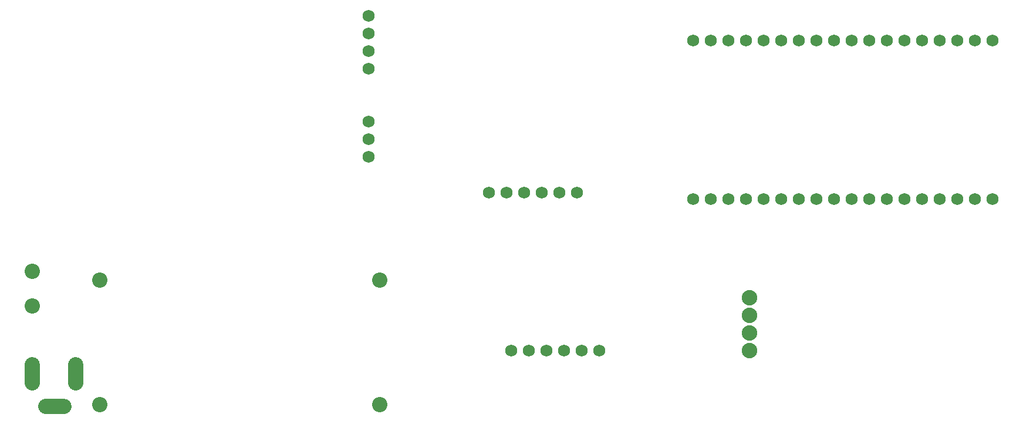
<source format=gts>
G04 Layer: TopSolderMaskLayer*
G04 EasyEDA v6.4.7, 2020-11-20T11:11:39--3:00*
G04 4594473581034ba9b9ea50e3a3b0936a,09237c92188f4bc9b643e288e8680b3c,10*
G04 Gerber Generator version 0.2*
G04 Scale: 100 percent, Rotated: No, Reflected: No *
G04 Dimensions in millimeters *
G04 leading zeros omitted , absolute positions ,3 integer and 3 decimal *
%FSLAX33Y33*%
%MOMM*%
G90*
D02*

%ADD19C,2.203196*%
%ADD20C,1.727200*%
%ADD21C,2.235200*%

%LPD*%
G54D19*
G01X12116Y15969D02*
G01X12116Y13369D01*
G01X5917Y13369D02*
G01X5917Y15969D01*
G01X10417Y9968D02*
G01X7817Y9968D01*
G01X5842Y24419D03*
G01X5842Y29428D03*
G01X15613Y28176D03*
G01X56014Y28176D03*
G01X56014Y10177D03*
G01X15613Y10177D03*
G54D20*
G01X71757Y40767D03*
G01X74297Y40767D03*
G01X76837Y40767D03*
G01X79377Y40767D03*
G01X81917Y40767D03*
G01X84457Y40767D03*
G54D21*
G01X109347Y18034D03*
G01X109347Y20574D03*
G01X109347Y23114D03*
G01X109347Y25654D03*
G54D20*
G01X74930Y18034D03*
G01X77470Y18034D03*
G01X80010Y18034D03*
G01X82550Y18034D03*
G01X85090Y18034D03*
G01X87630Y18034D03*
G01X121539Y62738D03*
G01X121539Y39878D03*
G01X101219Y39878D03*
G01X103759Y39878D03*
G01X106299Y39878D03*
G01X108839Y39878D03*
G01X111379Y39878D03*
G01X113919Y39878D03*
G01X116459Y39878D03*
G01X118999Y39878D03*
G01X124079Y39878D03*
G01X126619Y39878D03*
G01X129159Y39878D03*
G01X131699Y39878D03*
G01X134239Y39878D03*
G01X136779Y39878D03*
G01X139319Y39878D03*
G01X141859Y39878D03*
G01X144399Y39878D03*
G01X101219Y62738D03*
G01X103759Y62738D03*
G01X106299Y62738D03*
G01X108839Y62738D03*
G01X111379Y62738D03*
G01X113919Y62738D03*
G01X116459Y62738D03*
G01X118999Y62738D03*
G01X124079Y62738D03*
G01X126619Y62738D03*
G01X129159Y62738D03*
G01X131699Y62738D03*
G01X134239Y62738D03*
G01X136779Y62738D03*
G01X139319Y62738D03*
G01X141859Y62738D03*
G01X144399Y62738D03*
G01X54377Y58617D03*
G01X54377Y61157D03*
G01X54377Y63697D03*
G01X54377Y66237D03*
G01X54377Y50997D03*
G01X54377Y48457D03*
G01X54377Y45917D03*
M00*
M02*

</source>
